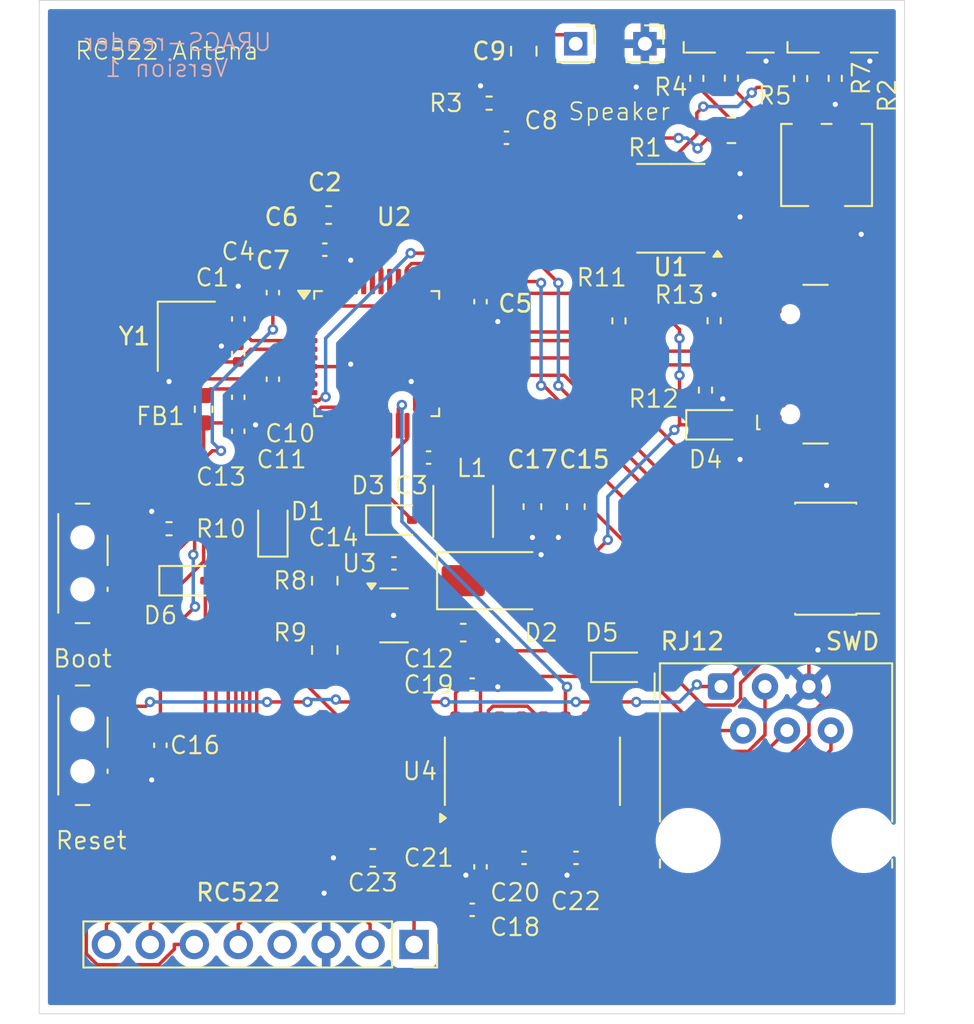
<source format=kicad_pcb>
(kicad_pcb (version 20240108) (generator "pcbnew") (generator_version "8.0")
  (layers (0 "F.Cu" signal) (31 "B.Cu" power) (34 "B.Paste" user) (35 "F.Paste" user) (36 "B.SilkS" user "B.Silkscreen") (37 "F.SilkS" user "F.Silkscreen") (38 "B.Mask" user) (39 "F.Mask" user) (44 "Edge.Cuts" user))
  (net 0 "")
  (net 1 "/HSE_IN")
  (net 2 "GND")
  (net 3 "+3.3V")
  (net 4 "/HSE_OUT")
  (net 5 "Net-(C8-Pad1)")
  (net 6 "Net-(C8-Pad2)")
  (net 7 "Net-(J1-Pin_1)")
  (net 8 "+3.3VA")
  (net 9 "V+")
  (net 10 "Net-(D2-K)")
  (net 11 "Net-(D3-K)")
  (net 12 "NRST")
  (net 13 "Net-(U4-C1-)")
  (net 14 "Net-(U4-C1+)")
  (net 15 "Net-(U4-C2-)")
  (net 16 "Net-(U4-C2+)")
  (net 17 "Net-(U4-VS+)")
  (net 18 "Net-(U4-VS-)")
  (net 19 "Net-(J5-Pin_1)")
  (net 20 "Net-(D4-A)")
  (net 21 "Net-(D5-A)")
  (net 22 "Net-(D6-A)")
  (net 23 "BOOT")
  (net 25 "SWCLK")
  (net 26 "SWDIO")
  (net 28 "RST")
  (net 29 "TRACESWO")
  (net 30 "USB_D+")
  (net 31 "Net-(J4-CC1)")
  (net 32 "USB_D-")
  (net 33 "Net-(J4-CC2)")
  (net 34 "RFID_SDA")
  (net 36 "SP1_MISO")
  (net 37 "RFID_RST")
  (net 38 "SP1_SCK")
  (net 39 "SP1_MOSI")
  (net 40 "Net-(U4-R1IN)")
  (net 41 "Net-(U4-T1OUT)")
  (net 42 "Net-(R1-Pad2)")
  (net 43 "AUDIO_OUT")
  (net 44 "Net-(U1-+)")
  (net 45 "LED_R1")
  (net 46 "Net-(D7-A2)")
  (net 47 "LED_G1")
  (net 48 "LED_R2")
  (net 49 "LED_G2")
  (net 50 "Net-(D7-A1)")
  (net 51 "Net-(U3-Vfb)")
  (net 52 "Net-(SW2-A)")
  (net 61 "USART3_RX")
  (net 64 "USART3_TX")
  (net 80 "Net-(D8-A1)")
  (net 81 "Net-(D8-A2)")
  (footprint "Capacitor_SMD:C_0402_1005Metric" (layer "F.Cu") (at 157.52 67)
    (property "Reference" "C19")
    (property "Value" "0.1 µF")
  )
  (footprint "LED_SMD:LED_Kingbright_KPA-3010_3x2x1mm" (layer "F.Cu") (at 178.5 29)
    (property "Reference" "D8" (hide yes))
    (property "Value" "LED_Dual_AKA")
  )
  (footprint "Capacitor_SMD:C_0603_1608Metric" (layer "F.Cu") (at 157 64)
    (property "Reference" "C12")
    (property "Value" "10 µF")
  )
  (footprint "Resistor_SMD:R_0402_1005Metric" (layer "F.Cu") (at 178.5 32 90)
    (property "Reference" "R7")
    (property "Value" "330R")
  )
  (footprint "Resistor_SMD:R_0805_2012Metric" (layer "F.Cu") (at 149 61 -90)
    (property "Reference" "R8")
    (property "Value" "75 k")
  )
  (footprint "Capacitor_SMD:C_0402_1005Metric" (layer "F.Cu") (at 146 44.37 90)
    (property "Reference" "C7")
    (property "Value" "100 nF")
  )
  (footprint "Diode_SMD:D_SOD-323" (layer "F.Cu") (at 166 66)
    (property "Reference" "D5")
    (property "Value" "BAT60A")
  )
  (footprint "Connector_USB:USB_C_Receptacle_GCT_USB4110" (layer "F.Cu") (at 178.5 48.5 90)
    (property "Reference" "J4" (hide yes))
    (property "Value" "USB_C_Receptacle_USB2.0_14P")
  )
  (footprint "Capacitor_SMD:C_0805_2012Metric" (layer "F.Cu") (at 160.5 30.43 90)
    (property "Reference" "C9")
    (property "Value" "100µF")
  )
  (footprint "Potentiometer_SMD:Potentiometer_Bourns_3314S_Horizontal" (layer "F.Cu") (at 178 37)
    (property "Reference" "R2")
    (property "Value" "10K")
  )
  (footprint "Diode_SMD:D_SOD-323" (layer "F.Cu") (at 171.5 52)
    (property "Reference" "D4")
    (property "Value" "BAT60A")
  )
  (footprint "Resistor_SMD:R_0805_2012Metric" (layer "F.Cu") (at 149 65 90)
    (property "Reference" "R9")
    (property "Value" "24k")
  )
  (footprint "Package_SO:SOIC-8_3.9x4.9mm_P1.27mm" (layer "F.Cu") (at 169 39.5 180)
    (property "Reference" "U1")
    (property "Value" "LM386")
  )
  (footprint "Capacitor_SMD:C_0603_1608Metric" (layer "F.Cu") (at 151.775 77 180)
    (property "Reference" "C23")
    (property "Value" "10µF")
  )
  (footprint "Button_Switch_SMD:SW_SPDT_PCM12" (layer "F.Cu") (at 135.33 60 -90)
    (property "Reference" "Boot")
    (property "Value" "SW_SPDT")
  )
  (footprint "Capacitor_SMD:C_0402_1005Metric" (layer "F.Cu") (at 160.52 77)
    (property "Reference" "C20")
    (property "Value" "0.1 µF")
  )
  (footprint "Inductor_SMD:L_Coilcraft_LPS3010" (layer "F.Cu") (at 157 57 90)
    (property "Reference" "L1")
    (property "Value" "15 µH")
  )
  (footprint "Resistor_SMD:R_0402_1005Metric" (layer "F.Cu") (at 166 46 -90)
    (property "Reference" "R11")
    (property "Value" "1k5")
  )
  (footprint "Resistor_SMD:R_0402_1005Metric" (layer "F.Cu") (at 171 50 90)
    (property "Reference" "R12")
    (property "Value" "5K1")
  )
  (footprint "Connector_PinHeader_1.27mm:PinHeader_2x05_P1.27mm_Vertical_SMD" (layer "F.Cu") (at 177.95 59.73 180)
    (property "Reference" "SWD")
    (property "Value" "Conn_02x05_Odd_Even")
  )
  (footprint "Capacitor_SMD:C_0402_1005Metric" (layer "F.Cu") (at 144 52.37 -90)
    (property "Reference" "C13")
    (property "Value" "1µF")
  )
  (footprint "Resistor_SMD:R_0402_1005Metric" (layer "F.Cu") (at 140 58 180)
    (property "Reference" "R10")
    (property "Value" "10k")
  )
  (footprint "Connector_PinSocket_2.00mm:PinSocket_1x01_P2.00mm_Vertical" (layer "F.Cu") (at 167.5 30)
    (property "Reference" "J2" (hide yes))
    (property "Value" "Speaker-")
  )
  (footprint "Capacitor_SMD:C_0402_1005Metric" (layer "F.Cu") (at 146 49.37 90)
    (property "Reference" "C10")
    (property "Value" "10nF")
  )
  (footprint "Resistor_SMD:R_0402_1005Metric" (layer "F.Cu") (at 172.5 31.99 90)
    (property "Reference" "R5")
    (property "Value" "330R")
  )
  (footprint "Capacitor_SMD:C_0402_1005Metric" (layer "F.Cu") (at 139.5 70.5 -90)
    (property "Reference" "C16")
    (property "Value" "100nF")
  )
  (footprint "Resistor_SMD:R_0805_2012Metric" (layer "F.Cu") (at 172.5 35)
    (property "Reference" "R1")
    (property "Value" "100K")
  )
  (footprint "Capacitor_SMD:C_0402_1005Metric" (layer "F.Cu") (at 144 47.89 90)
    (property "Reference" "C4")
    (property "Value" "10pF")
  )
  (footprint "Capacitor_SMD:C_0603_1608Metric" (layer "F.Cu") (at 149.225 39.89)
    (property "Reference" "C2")
    (property "Value" "10µF")
  )
  (footprint "Capacitor_SMD:C_0603_1608Metric" (layer "F.Cu") (at 163.51 56.725 -90)
    (property "Reference" "C15")
    (property "Value" "10 µF")
  )
  (footprint "Diode_SMD:D_SOD-323" (layer "F.Cu") (at 141.05 61)
    (property "Reference" "D6")
    (property "Value" "BAT60A")
  )
  (footprint "Capacitor_SMD:C_0402_1005Metric" (layer "F.Cu") (at 149 41.89)
    (property "Reference" "C6")
    (property "Value" "100 nF")
  )
  (footprint "Capacitor_SMD:C_0402_1005Metric" (layer "F.Cu") (at 144 45.89 90)
    (property "Reference" "C1")
    (property "Value" "10pF")
  )
  (footprint "Resistor_SMD:R_0402_1005Metric" (layer "F.Cu") (at 176.5 32.01 90)
    (property "Reference" "R6" (hide yes))
    (property "Value" "330R")
  )
  (footprint "Connector_PinSocket_2.00mm:PinSocket_1x01_P2.00mm_Vertical" (layer "F.Cu") (at 163.5 30)
    (property "Reference" "J1" (hide yes))
    (property "Value" "Speaker+")
  )
  (footprint "Capacitor_SMD:C_0402_1005Metric" (layer "F.Cu") (at 155 53.89 180)
    (property "Reference" "C3")
    (property "Value" "100 nF")
  )
  (footprint "Crystal:Crystal_SMD_3225-4Pin_3.2x2.5mm" (layer "F.Cu") (at 141 46.89 -90)
    (property "Reference" "Y1")
    (property "Value" "16MHz")
  )
  (footprint "Capacitor_SMD:C_0402_1005Metric" (layer "F.Cu") (at 157.52 80)
    (property "Reference" "C18")
    (property "Value" "0.1 µF")
  )
  (footprint "Resistor_SMD:R_0402_1005Metric" (layer "F.Cu") (at 171.5 45.99 -90)
    (property "Reference" "R13")
    (property "Value" "5K1")
  )
  (footprint "Capacitor_SMD:C_0402_1005Metric" (layer "F.Cu") (at 158 44.89 -90)
    (property "Reference" "C5")
    (property "Value" "100 nF")
  )
  (footprint "Diode_SMD:D_SOD-323" (layer "F.Cu") (at 153 57.5)
    (property "Reference" "D3")
    (property "Value" "1N4148WS")
  )
  (footprint "Capacitor_SMD:C_0402_1005Metric" (layer "F.Cu") (at 144 50.41 -90)
    (property "Reference" "C11")
    (property "Value" "1µF")
  )
  (footprint "Diode_SMD:D_SMA" (layer "F.Cu") (at 159 61)
    (property "Reference" "D2")
    (property "Value" "B140-E3")
  )
  (footprint "Button_Switch_SMD:SW_SPDT_PCM12" (layer "F.Cu") (at 135.33 70.5 -90)
    (property "Reference" "Reset")
    (property "Value" "SW_SPDT")
  )
  (footprint "Capacitor_SMD:C_0603_1608Metric" (layer "F.Cu") (at 161 56.725 -90)
    (property "Reference" "C17")
    (property "Value" "10 µF")
  )
  (footprint "Capacitor_SMD:C_0402_1005Metric" (layer "F.Cu") (at 153 60)
    (property "Reference" "C14")
    (property "Value" "100 nF")
  )
  (footprint "Connector_PinSocket_2.54mm:PinSocket_1x08_P2.54mm_Vertical" (layer "F.Cu") (at 154.16 82 -90)
    (property "Reference" "RC522")
    (property "Value" "RFID RC522")
  )
  (footprint "Diode_SMD:D_SOD-323" (layer "F.Cu") (at 146 58 90)
    (property "Reference" "D1")
    (property "Value" "BAT60A")
  )
  (footprint "Capacitor_SMD:C_0402_1005Metric" (layer "F.Cu") (at 163.52 77)
    (property "Reference" "C22")
    (property "Value" "0.1 µF")
  )
  (footprint "Inductor_SMD:L_0603_1608Metric" (layer "F.Cu") (at 142 51.1025 -90)
    (property "Reference" "FB1")
    (property "Value" "120R")
  )
  (footprint "Resistor_SMD:R_0402_1005Metric" (layer "F.Cu") (at 158.5 33.43 180)
    (property "Reference" "R3")
    (property "Value" "10R")
  )
  (footprint "Package_SO:SOIC-16_3.9x9.9mm_P1.27mm" (layer "F.Cu") (at 161 72 90)
    (property "Reference" "U4")
    (property "Value" "MAX3232")
  )
  (footprint "Package_TO_SOT_SMD:SOT-23-6" (layer "F.Cu") (at 153 63)
    (property "Reference" "U3")
    (property "Value" "MCP16301Hx-xCH")
  )
  (footprint "Package_QFP:LQFP-48_7x7mm_P0.5mm" (layer "F.Cu") (at 152 47.89)
    (property "Reference" "U2")
    (property "Value" "STM32F103C8T6")
  )
  (footprint "Capacitor_SMD:C_0402_1005Metric" (layer "F.Cu") (at 158 77.52 -90)
    (property "Reference" "C21")
    (property "Value" "0.1 µF")
  )
  (footprint "Resistor_SMD:R_0402_1005Metric" (layer "F.Cu") (at 170.5 32 90)
    (property "Reference" "R4")
    (property "Value" "330R")
  )
  (footprint "Capacitor_SMD:C_0402_1005Metric" (layer "F.Cu") (at 159.5 35.43 180)
    (property "Reference" "C8")
    (property "Value" "100nF")
  )
  (footprint "LED_SMD:LED_Kingbright_KPA-3010_3x2x1mm" (layer "F.Cu") (at 172.5 29)
    (property "Reference" "D7" (hide yes))
    (property "Value" "LED_Dual_AKA")
  )
  (footprint "Connector_RJ:RJ12_Amphenol_54601-x06_Horizontal" (layer "F.Cu") (at 171.9 67.11)
    (property "Reference" "RJ12")
    (property "Value" "6P6C")
  )
  (gr_line (start 182.5 84.5) (end 182.5 86) (stroke (width 0.05)) (layer "Edge.Cuts"))
  (gr_line (start 132.5 86) (end 182.5 86) (stroke (width 0.05)) (layer "Edge.Cuts"))
  (gr_line (start 132.5 27.5) (end 132.5 86) (stroke (width 0.05)) (layer "Edge.Cuts"))
  (gr_line (start 182.5 27.5) (end 132.5 27.5) (stroke (width 0.05)) (layer "Edge.Cuts"))
  (gr_line (start 182.5 84.5) (end 182.5 27.5) (stroke (width 0.05)) (layer "Edge.Cuts"))
  (gr_text "Version 1" (at 143.5 32 0) (layer "B.SilkS") (effects (font (size 1 1) (thickness 0.1)) (justify left bottom mirror)))
  (gr_text "URACS-reader" (at 146 30.5 0) (layer "B.SilkS") (effects (font (size 1 1) (thickness 0.1)) (justify left bottom mirror)))
  (gr_text "RC522 Antena" (at 134.5 31 0) (layer "F.SilkS") (effects (font (size 1 1) (thickness 0.1)) (justify left bottom)))
  (gr_text "Speaker" (at 163 34.5 0) (layer "F.SilkS") (effects (font (size 1 1) (thickness 0.1)) (justify left bottom)))
  (segment (start 147.838 47.14) (end 147.8375 47.14) (width 0.2) (layer "F.Cu") (net 1))
  (segment (start 143.578 46.7917) (end 144 46.37) (width 0.2) (layer "F.Cu") (net 1))
  (segment (start 140.15 45.79) (end 140.15 46.7917) (width 0.2) (layer "F.Cu") (net 1))
  (segment (start 147.8375 47.14) (end 144.77 47.14) (width 0.2) (layer "F.Cu") (net 1))
  (segment (start 140.15 46.7917) (end 143.578 46.7917) (width 0.2) (layer "F.Cu") (net 1))
  (segment (start 144.77 47.14) (end 144 46.37) (width 0.2) (layer "F.Cu") (net 1))
  (segment (start 179.15 34.975) (end 179.15 34.15) (width 0.2) (layer "F.Cu") (net 2))
  (segment (start 141.85 45.79) (end 142.21 45.79) (width 0.2) (layer "F.Cu") (net 2))
  (segment (start 157.99 33.43) (end 157.99 32.44) (width 0.2) (layer "F.Cu") (net 2))
  (segment (start 154.197 49.7) (end 153.997 49.5) (width 0.2) (layer "F.Cu") (net 2))
  (segment (start 163.5 57.5) (end 162.5 58.5) (width 0.2) (layer "F.Cu") (net 2))
  (segment (start 157.73 45.64) (end 158 45.37) (width 0.2) (layer "F.Cu") (net 2))
  (segment (start 150.088 63) (end 151.8625 63) (width 0.2) (layer "F.Cu") (net 2))
  (segment (start 158 69.35) (end 157.825 69.525) (width 0.2) (layer "F.Cu") (net 2))
  (segment (start 180.25 29.5) (end 180.25 30.75) (width 0.2) (layer "F.Cu") (net 2))
  (segment (start 154.25 53.62) (end 154.25 52.0525) (width 0.2) (layer "F.Cu") (net 2))
  (segment (start 174.82 45.3) (end 174.82 43.965) (width 0.2) (layer "F.Cu") (net 2))
  (segment (start 143.068 47.41) (end 143.023 47.4548) (width 0.2) (layer "F.Cu") (net 2))
  (segment (start 175.395 43.39) (end 175.012 43.7735) (width 0.2) (layer "F.Cu") (net 2))
  (segment (start 139.5 70.98) (end 139.5 72) (width 0.2) (layer "F.Cu") (net 2))
  (segment (start 178.4 57.86) (end 178.4 55.6) (width 0.2) (layer "F.Cu") (net 2))
  (segment (start 142.21 45.79) (end 144 44) (width 0.2) (layer "F.Cu") (net 2))
  (segment (start 158.8729 67) (end 159 67.1271) (width 0.2) (layer "F.Cu") (net 2))
  (segment (start 158 67) (end 158 69.35) (width 0.2) (layer "F.Cu") (net 2))
  (segment (start 144 52.85) (end 144.15 52.85) (width 0.2) (layer "F.Cu") (net 2))
  (segment (start 150.36 48.64) (end 150.5 48.5) (width 0.2) (layer "F.Cu") (net 2))
  (segment (start 174.82 51.7) (end 174.82 53.035) (width 0.2) (layer "F.Cu") (net 2))
  (segment (start 178.4 59.565) (end 178.565 59.73) (width 0.2) (layer "F.Cu") (net 2))
  (segment (start 146.25 48.64) (end 147.8375 48.64) (width 0.2) (layer "F.Cu") (net 2))
  (segment (start 175.395 43.39) (end 172.59 43.39) (width 0.2) (layer "F.Cu") (net 2))
  (segment (start 175.012 43.7735) (end 175.535 44.297) (width 0.2) (layer "F.Cu") (net 2))
  (segment (start 161 57.5) (end 161 58.5) (width 0.2) (layer "F.Cu") (net 2))
  (segment (start 172.59 43.39) (end 171.5 44.48) (width 0.2) (layer "F.Cu") (net 2))
  (segment (start 154.197 50.4664) (end 154.197 49.7) (width 0.2) (layer "F.Cu") (net 2))
  (segment (start 164 77) (end 163 78) (width 0.2) (layer "F.Cu") (net 2))
  (segment (start 149.75 42.16) (end 149.75 42.5) (width 0.2) (layer "F.Cu") (net 2))
  (segment (start 176.98 65.52) (end 177.5 65) (width 0.2) (layer "F.Cu") (net 2))
  (segment (start 154.197 51.1252) (end 154.197 50.4664) (width 0.2) (layer "F.Cu") (net 2))
  (segment (start 179.9 59.73) (end 179.9 61) (width 0.2) (layer "F.Cu") (net 2))
  (segment (start 138.75 72.75) (end 139 72.5) (width 0.2) (layer "F.Cu") (net 2))
  (segment (start 179.15 34.15) (end 178.5 33.5) (width 0.2) (layer "F.Cu") (net 2))
  (segment (start 140.51 58) (end 139.51 57) (width 0.2) (layer "F.Cu") (net 2))
  (segment (start 171.99 50.51) (end 172 50.5) (width 0.2) (layer "F.Cu") (net 2))
  (segment (start 154.52 53.89) (end 154.25 53.62) (width 0.2) (layer "F.Cu") (net 2))
  (segment (start 163.51 57.5) (end 163.5 57.5) (width 0.2) (layer "F.Cu") (net 2))
  (segment (start 146 48.89) (end 146.25 48.64) (width 0.2) (layer "F.Cu") (net 2))
  (segment (start 167.5 32) (end 167 32.5) (width 0.2) (layer "F.Cu") (net 2))
  (segment (start 151.8625 63) (end 152.975 63) (width 0.2) (layer "F.Cu") (net 2))
  (segment (start 161 60) (end 161.5 59.5) (width 0.2) (layer "F.Cu") (net 2))
  (segment (start 149.08 82) (end 149.08 79.1568) (width 0.2) (layer "F.Cu") (net 2))
  (segment (start 157.775 64) (end 158.5532 64) (width 0.2) (layer "F.Cu") (net 2))
  (segment (start 174.895 43.657) (end 175.012 43.7735) (width 0.2) (layer "F.Cu") (net 2))
  (segment (start 180.25 30.75) (end 180.5 31) (width 0.2) (layer "F.Cu") (net 2))
  (segment (start 144.15 52.85) (end 145 52) (width 0.2) (layer "F.Cu") (net 2))
  (segment (start 179.325 42.39) (end 180 41.715) (width 0.2) (layer "F.Cu") (net 2))
  (segment (start 174.25 30.75) (end 174.5 31) (width 0.2) (layer "F.Cu") (net 2))
  (segment (start 146 43.89) (end 144.11 43.89) (width 0.2) (layer "F.Cu") (net 2))
  (segment (start 175.395 53.61) (end 174.89 53.61) (width 0.2) (layer "F.Cu") (net 2))
  (segment (start 139.5 72) (end 139 72.5) (width 0.2) (layer "F.Cu") (net 2))
  (segment (start 140.15 47.99) (end 140.15 49.35) (width 0.2) (layer "F.Cu") (net 2))
  (segment (start 157.5 46.04) (end 159 46.04) (width 0.2) (layer "F.Cu") (net 2))
  (segment (start 157.1 45.64) (end 156.1625 45.64) (width 0.2) (layer "F.Cu") (net 2))
  (segment (start 149.75 42.5) (end 150.5 42.5) (width 0.2) (layer "F.Cu") (net 2))
  (segment (start 158 67) (end 158.8729 67) (width 0.2) (layer "F.Cu") (net 2))
  (segment (start 179.07 57.19) (end 178.4 57.86) (width 0.2) (layer "F.Cu") (net 2))
  (segment (start 176.98 67.11) (end 176.98 65.52) (width 0.2) (layer "F.Cu") (net 2))
  (segment (start 144 47.41) (end 143.068 47.41) (width 0.2) (layer "F.Cu") (net 2))
  (segment (start 171 50.51) (end 171.99 50.51) (width 0.2) (layer "F.Cu") (net 2))
  (segment (start 154.25 52.0525) (end 154.25 51.1781) (width 0.2) (layer "F.Cu") (net 2))
  (segment (start 171.5 45.48) (end 171.5 44.48) (width 0.2) (layer "F.Cu") (net 2))
  (segment (start 158 78) (end 157.155 78) (width 0.2) (layer "F.Cu") (net 2))
  (segment (start 178.4 57.86) (end 178.4 59.565) (width 0.2) (layer "F.Cu") (net 2))
  (segment (start 147.8375 48.64) (end 150.36 48.64) (width 0.2) (layer "F.Cu") (net 2))
  (segment (start 149 64.0875) (end 150.088 63) (width 0.2) (layer "F.Cu") (net 2))
  (segment (start 161 61) (end 161 60) (width 0.2) (layer "F.Cu") (net 2))
  (segment (start 174.25 29.5) (end 174.25 30.75) (width 0.2) (layer "F.Cu") (net 2))
  (segment (start 158.5532 64) (end 159 64.4468) (width 0.2) (layer "F.Cu") (net 2))
  (segment (start 179.9 57.19) (end 179.07 57.19) (width 0.2) (layer "F.Cu") (net 2))
  (segment (start 178.5 55.5) (end 178 55.5) (width 0.2) (layer "F.Cu") (net 2))
  (segment (start 140.15 49.35) (end 140 49.5) (width 0.2) (layer "F.Cu") (net 2))
  (segment (start 174.5 54) (end 173 54) (width 0.2) (layer "F.Cu") (net 2))
  (segment (start 179.325 53.61) (end 179.325 54.675) (width 0.2) (layer "F.Cu") (net 2))
  (segment (start 149.48 40.41) (end 149.48 41.89) (width 0.2) (layer "F.Cu") (net 2))
  (segment (start 167.5 30) (end 167.5 32) (width 0.2) (layer "F.Cu") (net 2))
  (segment (start 144 45.41) (end 144 44) (width 0.2) (layer "F.Cu") (net 2))
  (segment (start 174.895 42.89) (end 174.895 43.657) (width 0.2) (layer "F.Cu") (net 2))
  (segment (start 171.475 37.595) (end 172.905 37.595) (width 0.2) (layer "F.Cu") (net 2))
  (segment (start 145 51.89) (end 145 52) (width 0.2) (layer "F.Cu") (net 2))
  (segment (start 149.75 42.5) (end 149.75 43.7275) (width 0.2) (layer "F.Cu") (net 2))
  (segment (start 144 50.89) (end 145 51.89) (width 0.2) (layer "F.Cu") (net 2))
  (segment (start 174.82 53.035) (end 175.395 53.61) (width 0.2) (layer "F.Cu") (net 2))
  (segment (start 179.325 54.675) (end 178.5 55.5) (width 0.2) (layer "F.Cu") (net 2))
  (segment (start 139.51 57) (end 139 57) (width 0.2) (layer "F.Cu") (net 2))
  (segment (start 144.11 43.89) (end 144 44) (width 0.2) (layer "F.Cu") (net 2))
  (segment (start 172.865 40.135) (end 173 40) (width 0.2) (layer "F.Cu") (net 2))
  (segment (start 180 41.715) (end 180 41) (width 0.2) (layer "F.Cu") (net 2))
  (segment (start 151 77) (end 149.5 77) (width 0.2) (layer "F.Cu") (net 2))
  (segment (start 157.99 32.44) (end 158 32.43) (width 0.2) (layer "F.Cu") (net 2))
  (segment (start 172.905 37.595) (end 173 37.5) (width 0.2) (layer "F.Cu") (net 2))
  (segment (start 149.48 41.89) (end 149.75 42.16) (width 0.2) (layer "F.Cu") (net 2))
  (segment (start 178.5 55.5) (end 178.4 55.6) (width 0.2) (layer "F.Cu") (net 2))
  (segment (start 150 39.89) (end 149.48 40.41) (width 0.2) (layer "F.Cu") (net 2))
  (segment (start 136.76 72.75) (end 138.75 72.75) (width 0.2) (layer "F.Cu") (net 2))
  (segment (start 157.1 45.64) (end 157.5 46.04) (width 0.2) (layer "F.Cu") (net 2))
  (segment (start 178.565 59.73) (end 179.9 59.73) (width 0.2) (layer "F.Cu") (net 2))
  (segment (start 156.1625 45.64) (end 157.73 45.64) (width 0.2) (layer "F.Cu") (net 2))
  (segment (start 179.325 43.39) (end 179.325 42.39) (width 0.2) (layer "F.Cu") (net 2))
  (segment (start 174.82 43.965) (end 175.012 43.7735) (width 0.2) (layer "F.Cu") (net 2))
  (segment (start 149.08 79.1568) (end 148.962 79.0384) (width 0.2) (layer "F.Cu") (net 2))
  (segment (start 174.89 53.61) (end 174.5 54) (width 0.2) (layer "F.Cu") (net 2))
  (segment (start 154.25 51.1781) (end 154.197 51.1252) (width 0.2) (layer "F.Cu") (net 2))
  (segment (start 171.475 40.135) (end 172.865 40.135) (width 0.2) (layer "F.Cu") (net 2))
  (via (at 180 41) (size 0.6) (drill 0.3) (layers "F.Cu" "B.Cu") (net 2))
  (via (at 159 67.1271) (size 0.6) (drill 0.3) (layers "F.Cu" "B.Cu") (net 2))
  (via (at 178 55.5) (size 0.6) (drill 0.3) (layers "F.Cu" "B.Cu") (net 2))
  (via (at 139 72.5) (size 0.6) (drill 0.3) (layers "F.Cu" "B.Cu") (net 2))
  (via (at 149.5 77) (size 0.6) (drill 0.3) (layers "F.Cu" "B.Cu") (net 2))
  (via (at 140 49.5) (size 0.6) (drill 0.3) (layers "F.Cu" "B.Cu") (net 2))
  (via (at 172 50.5) (size 0.6) (drill 0.3) (layers "F.Cu" "B.Cu") (net 2))
  (via (at 161 58.5) (size 0.6) (drill 0.3) (layers "F.Cu" "B.Cu") (net 2))
  (via (at 158 32.43) (size 0.6) (drill 0.3) (layers "F.Cu" "B.Cu") (net 2))
  (via (at 173 37.5) (size 0.6) (drill 0.3) (layers "F.Cu" "B.Cu") (net 2))
  (via (at 174.5 31) (size 0.6) (drill 0.3) (layers "F.Cu" "B.Cu") (net 2))
  (via (at 143.023 47.4548) (size 0.6) (drill 0.3) (layers "F.Cu" "B.Cu") (net 2))
  (via (at 159 64.4468) (size 0.6) (drill 0.3) (layers "F.Cu" "B.Cu") (net 2))
  (via (at 153.997 49.5) (size 0.6) (drill 0.3) (layers "F.Cu" "B.Cu") (net 2))
  (via (at 173 40) (size 0.6) (drill 0.3) (layers "F.Cu" "B.Cu") (net 2))
  (via (at 163 78) (size 0.6) (drill 0.3) (layers "F.Cu" "B.Cu") (net 2))
  (via (at 148.962 79.0384) (size 0.6) (drill 0.3) (layers "F.Cu" "B.Cu") (net 2))
  (via (at 161.5 59.5) (size 0.6) (drill 0.3) (layers "F.Cu" "B.Cu") (net 2))
  (via (at 145 52) (size 0.6) (drill 0.3) (layers "F.Cu" "B.Cu") (net 2))
  (via (at 180.5 31) (size 0.6) (drill 0.3) (layers "F.Cu" "B.Cu") (net 2))
  (via (at 177.5 65) (size 0.6) (drill 0.3) (layers "F.Cu" "B.Cu") (net 2))
  (via (at 159 46.04) (size 0.6) (drill 0.3) (layers "F.Cu" "B.Cu") (net 2))
  (via (at 173 54) (size 0.6) (drill 0.3) (layers "F.Cu" "B.Cu") (net 2))
  (via (at 157.155 78) (size 0.6) (drill 0.3) (layers "F.Cu" "B.Cu") (net 2))
  (via (at 150.5 42.5) (size 0.6) (drill 0.3) (layers "F.Cu" "B.Cu") (net 2))
  (via (at 139 57) (size 0.6) (drill 0.3) (layers "F.Cu" "B.Cu") (net 2))
  (via (at 152.975 63) (size 0.6) (drill 0.3) (layers "F.Cu" "B.Cu") (net 2))
  (via (at 178.5 33.5) (size 0.6) (drill 0.3) (layers "F.Cu" "B.Cu") (net 2))
  (via (at 167 32.5) (size 0.6) (drill 0.3) (layers "F.Cu" "B.Cu") (net 2))
  (via (at 150.5 48.5) (size 0.6) (drill 0.3) (layers "F.Cu" "B.Cu") (net 2))
  (via (at 162.5 58.5) (size 0.6) (drill 0.3) (layers "F.Cu" "B.Cu") (net 2))
  (via (at 144 44) (size 0.6) (drill 0.3) (layers "F.Cu" "B.Cu") (net 2))
  (via (at 171.5 44.48) (size 0.6) (drill 0.3) (layers "F.Cu" "B.Cu") (net 2))
  (segment (start 168.129 65.4729) (end 170.836 68.1795) (width 0.2) (layer "F.Cu") (net 3))
  (segment (start 154.75 51.1124) (end 154.597 50.9595) (width 0.2) (layer "F.Cu") (net 3))
  (segment (start 147.838 45.1397) (end 147.838 45.14) (width 0.2) (layer "F.Cu") (net 3))
  (segment (start 157 55.73) (end 157.32 55.73) (width 0.2) (layer "F.Cu") (net 3))
  (segment (start 156.555 67.485) (end 156.555 69.525) (width 0.2) (layer "F.Cu") (net 3))
  (segment (start 147.838 45.1395) (end 147.838 45.1397) (width 0.2) (layer "F.Cu") (net 3))
  (segment (start 154.597 50.9595) (end 154.597 45.14) (width 0.2) (layer "F.Cu") (net 3))
  (segment (start 147.548 44.85) (end 147.838 45.1395) (width 0.2) (layer "F.Cu") (net 3))
  (segment (start 142 54) (end 142 51.89) (width 0.2) (layer "F.Cu") (net 3))
  (segment (start 157.676 66.3642) (end 157.04 67) (width 0.2) (layer "F.Cu") (net 3))
  (segment (start 164.92 44.41) (end 166 45.49) (width 0.2) (layer "F.Cu") (net 3))
  (segment (start 160.78 55.73) (end 161 55.95) (width 0.2) (layer "F.Cu") (net 3))
  (segment (start 156.162 45.1395) (end 156.892 44.41) (width 0.2) (layer "F.Cu") (net 3))
  (segment (start 163.51 55.95) (end 166.403 58.8431) (width 0.2) (layer "F.Cu") (net 3))
  (segment (start 156.892 44.41) (end 158 44.41) (width 0.2) (layer "F.Cu") (net 3))
  (segment (start 156.162 45.1397) (end 156.162 45.14) (width 0.2) (layer "F.Cu") (net 3))
  (segment (start 147.838 45.1397) (end 147.8378 45.1397) (width 0.2) (layer "F.Cu") (net 3))
  (segment (start 157 55.73) (end 155.82 55.73) (width 0.2) (layer "F.Cu") (net 3))
  (segment (start 173.029 66.9123) (end 175.186 64.7556) (width 0.2) (layer "F.Cu") (net 3))
  (segment (start 144 51.89) (end 142 51.89) (width 0.2) (layer "F.Cu") (net 3))
  (segment (start 149.868 45.14) (end 149.25 44.5222) (width 0.2) (layer "F.Cu") (net 3))
  (segment (start 172.653 68.1795) (end 173.029 67.8033) (width 0.2) (layer "F.Cu") (net 3))
  (segment (start 156.1622 45.1397) (end 156.1625 45.14) (width 0.2) (layer "F.Cu") (net 3))
  (segment (start 161 55.95) (end 163.51 55.95) (width 0.2) (layer "F.Cu") (net 3))
  (segment (start 147.838 45.14) (end 148.52 44.4575) (width 0.2) (layer "F.Cu") (net 3))
  (segment (start 148.614 59.5635) (end 146 56.95) (width 0.2) (layer "F.Cu") (net 3))
  (segment (start 157.32 55.73) (end 155.48 53.89) (width 0.2) (layer "F.Cu") (net 3))
  (segment (start 148.52 43.7275) (end 148.52 41.89) (width 0.2) (layer "F.Cu") (net 3))
  (segment (start 146 44.85) (end 147.548 44.85) (width 0.2) (layer "F.Cu") (net 3))
  (segment (start 158.306 66.3642) (end 157.676 66.3642) (width 0.2) (layer "F.Cu") (net 3))
  (segment (start 147.838 45.1395) (end 147.838 45.1397) (width 0.2) (layer "F.Cu") (net 3))
  (segment (start 149.25 43.7275) (end 148.52 43.7275) (width 0.2) (layer "F.Cu") (net 3))
  (segment (start 155.82 55.73) (end 154.05 57.5) (width 0.2) (layer "F.Cu") (net 3))
  (segment (start 170.836 68.1795) (end 172.653 68.1795) (width 0.2) (layer "F.Cu") (net 3))
  (segment (start 149.25 44.5222) (end 149.25 43.7275) (width 0.2) (layer "F.Cu") (net 3))
  (segment (start 148.45 39.89) (end 148.52 39.96) (width 0.2) (layer "F.Cu") (net 3))
  (segment (start 143 53.5) (end 142.5 53.5) (width 0.2) (layer "F.Cu") (net 3))
  (segment (start 150 58.5635) (end 150 58.55) (width 0.2) (layer "F.Cu") (net 3))
  (segment (start 166.403 58.8431) (end 166.403 65.4729) (width 0.2) (layer "F.Cu") (net 3))
  (segment (start 165.349 66.5271) (end 158.469 66.5271) (width 0.2) (layer "F.Cu") (net 3))
  (segment (start 157.32 55.73) (end 160.78 55.73) (width 0.2) (layer "F.Cu") (net 3))
  (segment (start 155.48 52.7825) (end 154.75 52.0525) (width 0.2) (layer "F.Cu") (net 3))
  (segment (start 156.162 45.1397) (end 156.1622 45.1397) (width 0.2) (layer "F.Cu") (net 3))
  (segment (start 166.403 65.4729) (end 168.129 65.4729) (width 0.2) (layer "F.Cu") (net 3))
  (segment (start 166.403 65.4729) (end 165.349 66.5271) (width 0.2) (layer "F.Cu") (net 3))
  (segment (start 139.644 62.25) (end 142 59.8936) (width 0.2) (layer "F.Cu") (net 3))
  (segment (start 154.597 45.14) (end 156.162 45.14) (width 0.2) (layer "F.Cu") (net 3))
  (segment (start 152.55 56) (end 154.05 57.5) (width 0.2) (layer "F.Cu") (net 3))
  (segment (start 136.76 62.25) (end 139.644 62.25) (width 0.2) (layer "F.Cu") (net 3))
  (segment (start 156.162 45.14) (end 156.162 45.1397) (width 0.2) (layer "F.Cu") (net 3))
  (segment (start 158.469 66.5271) (end 158.306 66.3642) (width 0.2) (layer "F.Cu") (net 3))
  (segment (start 146 44.85) (end 146 46.5) (width 0.2) (layer "F.Cu") (net 3))
  (segment (start 147.8378 45.1397) (end 147.8375 45.14) (width 0.2) (layer "F.Cu") (net 3))
  (segment (start 147.838 45.1397) (end 147.838 45.14) (width 0.2) (layer "F.Cu") (net 3))
  (segment (start 148.52 39.96) (end 148.52 41.89) (width 0.2) (layer "F.Cu") (net 3))
  (segment (start 156.162 45.1395) (end 156.162 45.1397) (width 0.2) (layer "F.Cu") (net 3))
  (segment (start 156.162 45.1397) (end 156.162 45.1395) (width 0.2) (layer "F.Cu") (net 3))
  (segment (start 150 58.55) (end 152.55 56) (width 0.2) (layer "F.Cu") (net 3))
  (segment (start 142.5 53.5) (end 142 54) (width 0.2) (layer "F.Cu") (net 3))
  (segment (start 149 59.5635) (end 148.614 59.5635) (width 0.2) (layer "F.Cu") (net 3))
  (segment (start 157.04 67) (end 156.555 67.485) (width 0.2) (layer "F.Cu") (net 3))
  (segment (start 158 44.41) (end 164.92 44.41) (width 0.2) (layer "F.Cu") (net 3))
  (segment (start 155.48 53.89) (end 155.48 52.7825) (width 0.2) (layer "F.Cu") (net 3))
  (segment (start 154.597 45.14) (end 149.868 45.14) (width 0.2) (layer "F.Cu") (net 3))
  (segment (start 148.52 44.4575) (end 148.52 43.7275) (width 0.2) (layer "F.Cu") (net 3))
  (segment (start 179.9 62.27) (end 178.6499 62.27) (width 0.2) (layer "F.Cu") (net 3))
  (segment (start 176.165 64.7556) (end 178.398 62.5219) (width 0.2) (layer "F.Cu") (net 3))
  (segment (start 149 59.5635) (end 150 58.5635) (width 0.2) (layer "F.Cu") (net 3))
  (segment (start 149 60.0875) (end 149 59.5635) (width 0.2) (layer "F.Cu") (net 3))
  (segment (start 173.029 67.8033) (end 173.029 66.9123) (width 0.2) (layer "F.Cu") (net 3))
  (segment (start 178.6499 62.27) (end 178.398 62.5219) (width 0.2) (layer "F.Cu") (net 3))
  (segment (start 154.75 52.0525) (end 154.75 51.1124) (width 0.2) (layer "F.Cu") (net 3))
  (segment (start 175.186 64.7556) (end 176.165 64.7556) (width 0.2) (layer "F.Cu") (net 3))
  (segment (start 142 59.8936) (end 142 54) (width 0.2) (layer "F.Cu") (net 3))
  (via (at 146 46.5) (size 0.6) (drill 0.3) (layers "F.Cu" "B.Cu") (net 3))
  (via (at 143 53.5) (size 0.6) (drill 0.3) (layers "F.Cu" "B.Cu") (net 3))
  (segment (start 142.5 53) (end 143 53.5) (width 0.2) (layer "B.Cu") (net 3))
  (segment (start 146 46.5) (end 142.5 50) (width 0.2) (layer "B.Cu") (net 3))
  (segment (start 142.5 50) (end 142.5 53) (width 0.2) (layer "B.Cu") (net 3))
  (segment (start 147.838 47.64) (end 147.8375 47.64) (width 0.2) (layer "F.Cu") (net 4))
  (segment (start 142.752 47.99) (end 143.132 48.37) (width 0.2) (layer "F.Cu") (net 4))
  (segment (start 141.85 47.99) (end 142.752 47.99) (width 0.2) (layer "F.Cu") (net 4))
  (segment (start 147.8375 47.64) (end 144.73 47.64) (width 0.2) (layer "F.Cu") (net 4))
  (segment (start 144.73 47.64) (end 144 48.37) (width 0.2) (layer "F.Cu") (net 4))
  (segment (start 143.132 48.37) (end 144 48.37) (width 0.2) (layer "F.Cu") (net 4))
  (segment (start 159.98 35.43) (end 159.98 31.9) (width 0.2) (layer "F.Cu") (net 5))
  (segment (start 160.5 31.57) (end 160.5 31.38) (width 0.2) (layer "F.Cu") (net 5))
  (segment (start 166.525 37.595) (end 160.5 31.57) (width 0.2) (layer "F.Cu") (net 5))
  (segment (start 159.98 31.9) (end 160.5 31.38) (width 0.2) (layer "F.Cu") (net 5))
  (segment (start 159.02 33.44) (end 159.01 33.43) (width 0.2) (layer "F.Cu") (net 6))
  (segment (start 159.02 35.43) (end 159.02 33.44) (width 0.2) (layer "F.Cu") (net 6))
  (segment (start 162.98 29.48) (end 163.5 30) (width 0.2) (layer "F.Cu") (net 7))
  (segment (start 160.5 29.48) (end 162.98 29.48) (width 0.2) (layer "F.Cu") (net 7))
  (segment (start 160.55 29.43) (end 160.5 29.48) (width 0.2) (layer "F.Cu") (net 7))
  (segment (start 146 49.85) (end 144.08 49.85) (width 0.2) (layer "F.Cu") (net 8))
  (segment (start 144.08 49.85) (end 144 49.93) (width 0.2) (layer "F.Cu") (net 8))
  (segment (start 147.8375 49.14) (end 146.71 49.14) (width 0.2) (layer "F.Cu") (net 8))
  (segment (start 147.838 49.14) (end 147.8375 49.14) (width 0.2) (layer "F.Cu") (net 8))
  (segment (start 142.385 49.93) (end 144 49.93) (width 0.2) (layer "F.Cu") (net 8))
  (segment (start 146.71 49.14) (end 146 49.85) (width 0.2) (layer "F.Cu") (net 8))
  (segment (start 142 50.315) (end 142.385 49.93) (width 0.2) (layer "F.Cu") (net 8))
  (segment (start 169.5 47) (end 169.5 46.5) (width 0.2) (layer "F.Cu") (net 9))
  (segment (start 148.324 66.7454) (end 146 64.421) (width 0.2) (layer "F.Cu") (net 9))
  (segment (start 156.225 63.9999) (end 156.225 64) (width 0.2) (layer "F.Cu") (net 9))
  (segment (start 156.175 63.95) (end 156.2 63.975) (width 0.2) (layer "F.Cu") (net 9))
  (segment (start 163.997 65.0468) (end 164.95 66) (width 0.2) (layer "F.Cu") (net 9))
  (segment (start 156.225 63.9996) (end 156.225 63.9998) (width 0.2) (layer "F.Cu") (net 9))
  (segment (start 170.45 52) (end 169.5 52) (width 0.2) (layer "F.Cu") (net 9))
  (segment (start 165.356 58.6443) (end 163.5 60.5) (width 0.2) (layer "F.Cu") (net 9))
  (segment (start 156.224 63.9992) (end 156.225 63.9996) (width 0.2) (layer "F.Cu") (net 9))
  (segment (start 169.5 52) (end 169.206 52.294) (width 0.2) (layer "F.Cu") (net 9))
  (segment (start 156.224 63.9984) (end 156.224 63.9992) (width 0.2) (layer "F.Cu") (net 9))
  (segment (start 156.2 63.975) (end 156.212 63.9875) (width 0.2) (layer "F.Cu") (net 9))
  (segment (start 156.225 63.9998) (end 156.225 63.9999) (width 0.2) (layer "F.Cu") (net 9))
  (segment (start 169.55 51.95) (end 169.5 52) (width 0.2) (layer "F.Cu") (net 9))
  (segment (start 154.138 63.9502) (end 153.7885 64.2996) (width 0.2) (layer "F.Cu") (net 9))
  (segment (start 156.225 64) (end 157.272 65.0468) (width 0.2) (layer "F.Cu") (net 9))
  (segment (start 156.222 63.9969) (end 156.224 63.9984) (width 0.2) (layer "F.Cu") (net 9))
  (segment (start 165.25 42.25) (end 165.25 39.165001) (width 0.2) (layer "F.Cu") (net 9))
  (segment (start 169.5 51.9) (end 169.5 49.141) (width 0.2) (layer "F.Cu") (net 9))
  (segment (start 169.5 52) (end 169.206 52.294) (width 0.2) (layer "F.Cu") (net 9))
  (segment (start 154.138 63.95) (end 154.138 63.9502) (width 0.2) (layer "F.Cu") (net 9))
  (segment (start 156.212 63.9875) (end 156.219 63.9937) (width 0.2) (layer "F.Cu") (net 9))
  (segment (start 156.225 63.9999) (end 156.225 64) (width 0.2) (layer "F.Cu") (net 9))
  (segment (start 154.1375 63.9506) (end 154.1375 63.95) (width 0.2) (layer "F.Cu") (net 9))
  (segment (start 154.1375 63) (end 154.138 63) (width 0.2) (layer "F.Cu") (net 9))
  (segment (start 156.222 63.9969) (end 156.224 63.9984) (width 0.2) (layer "F.Cu") (net 9))
  (segment (start 153.7885 64.2996) (end 154.1375 63.9506) (width 0.2) (layer "F.Cu") (net 9))
  (segment (start 156.175 63.95) (end 156.2 63.975) (width 0.2) (layer "F.Cu") (net 9))
  (segment (start 151.342 66.7454) (end 148.324 66.7454) (width 0.2) (layer "F.Cu") (net 9))
  (segment (start 156.225 63.9998) (end 156.225 63.9999) (width 0.2) (layer "F.Cu") (net 9))
  (segment (start 165.550001 38.865) (end 166.525 38.865) (width 0.2) (layer "F.Cu") (net 9))
  (segment (start 157.272 65.0468) (end 163.5 65.0468) (width 0.2) (layer "F.Cu") (net 9))
  (segment (start 154.138 63.95) (end 154.138 63) (width 0.2) (layer "F.Cu") (net 9))
  (segment (start 153.7885 64.2996) (end 151.342 66.7454) (width 0.2) (layer "F.Cu") (net 9))
  (segment (start 156.2 63.975) (end 156.212 63.9875) (width 0.2) (layer "F.Cu") (net 9))
  (segment (start 154.138 63) (end 155.225 63) (width 0.2) (layer "F.Cu") (net 9))
  (segment (start 155.225 63) (end 156.175 63.95) (width 0.2) (layer "F.Cu") (net 9))
  (segment (start 146 64.421) (end 146 59.05) (width 0.2) (layer "F.Cu") (net 9))
  (segment (start 156.219 63.9937) (end 156.222 63.9969) (width 0.2) (layer "F.Cu") (net 9))
  (segment (start 165.25 39.165001) (end 165.550001 38.865) (width 0.2) (layer "F.Cu") (net 9))
  (segment (start 156.225 63.9996) (end 156.225 63.9998) (width 0.2) (layer "F.Cu") (net 9))
  (segment (start 156.224 63.9984) (end 156.224 63.9992) (width 0.2) (layer "F.Cu") (net 9))
  (segment (start 169.55 51.95) (end 169.5 51.9) (width 0.2) (layer "F.Cu") (net 9))
  (segment (start 163.5 65.0468) (end 163.997 65.0468) (width 0.2) (layer "F.Cu") (net 9))
  (segment (start 156.175 63.95) (end 154.138 63.95) (width 0.2) (layer "F.Cu") (net 9))
  (segment (start 154.138 63.95) (end 154.138 63.9502) (width 0.2) (layer "F.Cu") (net 9))
  (segment (start 156.219 63.9937) (end 156.222 63.9969) (width 0.2) (layer "F.Cu") (net 9))
  (segment (start 156.224 63.9992) (end 156.225 63.9996) (width 0.2) (layer "F.Cu") (net 9))
  (segment (start 156.212 63.9875) (end 156.219 63.9937) (width 0.2) (layer "F.Cu") (net 9))
  (segment (start 169.5 46.5) (end 165.25 42.25) (width 0.2) (layer "F.Cu") (net 9))
  (segment (start 163.5 60.5) (end 163.5 65.0468) (width 0.2) (layer "F.Cu") (net 9))
  (via (at 169.5 49.141) (size 0.6) (drill 0.3) (layers "F.Cu" "B.Cu") (net 9))
  (via (at 169.5 47) (size 0.6) (drill 0.3) (layers "F.Cu" "B.Cu") (net 9))
  (via (at 169.206 52.294) (size 0.6) (drill 0.3) (layers "F.Cu" "B.Cu") (net 9))
  (via (at 165.356 58.6443) (size 0.6) (drill 0.3) (layers "F.Cu" "B.Cu") (net 9))
  (segment (start 169.5 49.141) (end 169.5 47) (width 0.2) (layer "B.Cu") (net 9))
  (segment (start 169.206 52.294) (end 165.356 56.1443) (width 0.2) (layer "B.Cu") (net 9))
  (segment (start 165.356 56.1443) (end 165.356 58.6443) (width 0.2) (layer "B.Cu") (net 9))
  (segment (start 154.138 62.05) (end 154.138 62.0498) (width 0.2) (layer "F.Cu") (net 10))
  (segment (start 157 61) (end 155.188 61) (width 0.2) (layer "F.Cu") (net 10))
  (segment (start 155.188 61) (end 154.138 62.05) (width 0.2) (layer "F.Cu") (net 10))
  (segment (start 154.1375 62.05) (end 154.138 62.05) (width 0.2) (layer "F.Cu") (net 10))
  (segment (start 153.48 61.3925) (end 153.48 60) (width 0.2) (layer "F.Cu") (net 10))
  (segment (start 154.138 62.0498) (end 153.48 61.3925) (width 0.2) (layer "F.Cu") (net 10))
  (segment (start 154.138 62.05) (end 154.138 62.0498) (width 0.2) (layer "F.Cu") (net 10))
  (segment (start 157 61) (end 157 58.27) (width 0.2) (layer "F.Cu") (net 10))
  (segment (start 151.95 57.5) (end 152.52 58.07) (width 0.2) (layer "F.Cu") (net 11))
  (segment (start 152.52 58.07) (end 152.52 60) (width 0.2) (layer "F.Cu") (net 11))
  (segment (start 152.52 61.3925) (end 151.862 62.0498) (width 0.2) (layer "F.Cu") (net 11))
  (segment (start 152.52 60) (end 152.52 61.3925) (width 0.2) (layer "F.Cu") (net 11))
  (segment (start 151.8622 62.05) (end 151.862 62.0498) (width 0.2) (layer "F.Cu") (net 11))
  (segment (start 151.8625 62.05) (end 151.8622 62.05) (width 0.2) (layer "F.Cu") (net 11))
  (segment (start 141.48 59.42) (end 141.4 59.5) (width 0.2) (layer "F.Cu") (net 12))
  (segment (start 141.5 62.5) (end 139.5 64.5) (width 0.2) (layer "F.Cu") (net 12))
  (segment (start 141.225 57.2104) (end 141.48 57.4654) (width 0.2) (layer "F.Cu") (net 12))
  (segment (start 141.225 49.8753) (end 141.225 57.2104) (width 0.2) (layer "F.Cu") (net 12))
  (segment (start 139.5 70.02) (end 139.042 70.02) (width 0.2) (layer "F.Cu") (net 12))
  (segment (start 145.566 48.14) (end 144.356 49.35) (width 0.2) (layer "F.Cu") (net 12))
  (segment (start 144.356 49.35) (end 141.75 49.35) (width 0.2) (layer "F.Cu") (net 12))
  (segment (start 137.812 71.25) (end 136.76 71.25) (width 0.2) (layer "F.Cu") (net 12))
  (segment (start 139.042 70.02) (end 137.812 71.25) (width 0.2) (layer "F.Cu") (net 12))
  (segment (start 141.75 49.35) (end 141.225 49.8753) (width 0.2) (layer "F.Cu") (net 12))
  (segment (start 139.5 64.5) (end 139.5 70.02) (width 0.2) (layer "F.Cu") (net 12))
  (segment (start 147.838 48.14) (end 147.8375 48.14) (width 0.2) (layer "F.Cu") (net 12))
  (segment (start 147.8375 48.14) (end 145.566 48.14) (width 0.2) (layer "F.Cu") (net 12))
  (segment (start 141.48 57.4654) (end 141.48 59.42) (width 0.2) (layer "F.Cu") (net 12))
  (via (at 141.5 62.5) (size 0.6) (drill 0.3) (layers "F.Cu" "B.Cu") (net 12))
  (via (at 141.4 59.5) (size 0.6) (drill 0.3) (layers "F.Cu" "B.Cu") (net 12))
  (segment (start 141.4 59.5) (end 141.4 62.4) (width 0.2) (layer "B.Cu") (net 12))
  (segment (start 141.4 62.4) (end 141.5 62.5) (width 0.2) (layer "B.Cu") (net 12))
  (segment (start 159.095 74.475) (end 159.095 78.905) (width 0.2) (layer "F.Cu") (net 13))
  (segment (start 159.095 78.905) (end 158 80) (width 0.2) (layer "F.Cu") (net 13))
  (segment (start 156.555 79.515) (end 156.555 74.475) (width 0.2) (layer "F.Cu") (net 14))
  (segment (start 157.04 80) (end 156.555 79.515) (width 0.2) (layer "F.Cu") (net 14))
  (segment (start 161.635 76.365) (end 161 77) (width 0.2) (layer "F.Cu") (net 15))
  (segment (start 161.635 74.475) (end 161.635 76.365) (width 0.2) (layer "F.Cu") (net 15))
  (segment (start 160.365 74.475) (end 160.365 76.675) (width 0.2) (layer "F.Cu") (net 16))
  (segment (start 160.365 76.675) (end 160.04 77) (width 0.2) (layer "F.Cu") (net 16))
  (segment (start 157.825 74.475) (end 157.825 76.865) (width 0.2) (layer "F.Cu") (net 17))
  (segment (start 157.825 76.865) (end 158 77.04) (width 0.2) (layer "F.Cu") (net 17))
  (segment (start 162.905 74.475) (end 163.04 74.61) (width 0.2) (layer "F.Cu") (net 18))
  (segment (start 163.04 74.61) (end 163.04 77) (width 0.2) (layer "F.Cu") (net 18))
  (segment (start 154.16 82) (end 154.16 78.61) (width 0.2) (layer "F.Cu") (net 19))
  (segment (start 154.16 78.61) (end 152.55 77) (width 0.2) (layer "F.Cu") (net 19))
  (segment (start 175.501117 46.1) (end 176.104 46.702883) (width 0.2) (layer "F.Cu") (net 20))
  (segment (start 172.6008 51.9492) (end 172.6461 51.9039) (width 0.2) (layer "F.Cu") (net 20))
  (segment (start 175.501117 50.9) (end 174.82 50.9) (width 0.2) (layer "F.Cu") (net 20))
  (segment (start 176.104 50.297117) (end 175.501117 50.9) (width 0.2) (layer "F.Cu") (net 20))
  (segment (start 172.6461 51.9039) (end 173.65 50.9) (width 0.2) (layer "F.Cu") (net 20))
  (segment (start 172.6008 51.9492) (end 172.6007 51.9493) (width 0.2) (layer "F.Cu") (net 20))
  (segment (start 174.82 46.1) (end 175.501117 46.1) (width 0.2) (layer "F.Cu") (net 20))
  (segment (start 173.65 50.9) (end 174.82 50.9) (width 0.2) (layer "F.Cu") (net 20))
  (segment (start 176.104 46.702883) (end 176.104 50.297117) (width 0.2) (layer "F.Cu") (net 20))
  (segment (start 172.55 52) (end 172.6007 51.9493) (width 0.2) (layer "F.Cu") (net 20))
  (segment (start 172.6461 51.9039) (end 172.6008 51.9492) (width 0.2) (layer "F.Cu") (net 20))
  (segment (start 172.6007 51.9493) (end 172.6008 51.9492) (width 0.2) (layer "F.Cu") (net 20))
  (segment (start 170.7 69.65) (end 173.17 69.65) (width 0.2) (layer "F.Cu") (net 21))
  (segment (start 167.05 66) (end 170.7 69.65) (width 0.2) (layer "F.Cu") (net 21))
  (segment (start 134.359 82.8291) (end 135.515 83.9851) (width 0.2) (layer "F.Cu") (net 22))
  (segment (start 134.359 78.5836) (end 134.359 82.8291) (width 0.2) (layer "F.Cu") (net 22))
  (segment (start 135.515 83.9851) (end 165.03 83.9851) (width 0.2) (layer "F.Cu") (net 22))
  (segment (start 165.03 83.9851) (end 178.25 70.7652) (width 0.2) (layer "F.Cu") (net 22))
  (segment (start 142.1 70.8422) (end 134.359 78.5836) (width 0.2) (layer "F.Cu") (net 22))
  (segment (start 178.25 70.7652) (end 178.25 69.65) (width 0.2) (layer "F.Cu") (net 22))
  (segment (start 142.1 61) (end 142.1 70.8422) (width 0.2) (layer "F.Cu") (net 22))
  (segment (start 151.25 43.7275) (end 151.25 39.9163) (width 0.2) (layer "F.Cu") (net 23))
  (segment (start 144.925 39.115) (end 139 45.04) (width 0.2) (layer "F.Cu") (net 23))
  (segment (start 151.25 39.9163) (end 150.449 39.115) (width 0.2) (layer "F.Cu") (net 23))
  (segment (start 141.08 58.67) (end 139 60.75) (width 0.2) (layer "F.Cu") (net 23))
  (segment (start 139 55.5511) (end 141.08 57.6311) (width 0.2) (layer "F.Cu") (net 23))
  (segment (start 139.75 60.75) (end 139 60.75) (width 0.2) (layer "F.Cu") (net 23))
  (segment (start 150.449 39.115) (end 144.925 39.115) (width 0.2) (layer "F.Cu") (net 23))
  (segment (start 140 61) (end 139.75 60.75) (width 0.2) (layer "F.Cu") (net 23))
  (segment (start 141.08 57.6311) (end 141.08 58.67) (width 0.2) (layer "F.Cu") (net 23))
  (segment (start 136.76 60.75) (end 139 60.75) (width 0.2) (layer "F.Cu") (net 23))
  (segment (start 139 45.04) (end 139 55.5511) (width 0.2) (layer "F.Cu") (net 23))
  (segment (start 161.4175 43.7275) (end 161.5 43.81) (width 0.2) (layer "F.Cu") (net 25))
  (segment (start 176 61) (end 172.911 61) (width 0.2) (layer "F.Cu") (net 25))
  (segment (start 172.911 61) (end 161.651 49.74) (width 0.2) (layer "F.Cu") (net 25))
  (segment (start 161.651 49.74) (end 161.5 49.74) (width 0.2) (layer "F.Cu") (net 25))
  (segment (start 154.75 43.7275) (end 161.4175 43.7275) (width 0.2) (layer "F.Cu") (net 25))
  (via (at 161.5 49.74) (size 0.6) (drill 0.3) (layers "F.Cu" "B.Cu") (net 25))
  (via (at 161.5 43.81) (size 0.6) (drill 0.3) (layers "F.Cu" "B.Cu") (net 25))
  (segment (start 161.5 49.74) (end 161.5 43.81) (width 0.2) (layer "B.Cu") (net 25))
  (segment (start 155.345 46.14) (end 155.052 46.4326) (width 0.2) (layer "F.Cu") (net 26))
  (segment (start 156.162 46.14) (end 155.345 46.14) (width 0.2) (layer "F.Cu") (net 26))
  (segment (start 159.449 55.1968) (end 165.234 55.1968) (width 0.2) (layer "F.Cu") (net 26))
  (segment (start 156.162 46.14) (end 156.1625 46.14) (width 0.2) (layer "F.Cu") (net 26))
  (segment (start 172.307 62.27) (end 176 62.27) (width 0.2) (layer "F.Cu") (net 26))
  (segment (start 165.234 55.1968) (end 172.307 62.27) (width 0.2) (layer "F.Cu") (net 26))
  (segment (start 155.052 50.8004) (end 159.449 55.1968) (width 0.2) (layer "F.Cu") (net 26))
  (segment (start 155.052 46.4326) (end 155.052 50.8004) (width 0.2) (layer "F.Cu") (net 26))
  (segment (start 138.65 68.25) (end 136.76 68.25) (width 0.2) (layer "F.Cu") (net 28))
  (segment (start 138.9 68) (end 138.65 68.25) (width 0.2) (layer "F.Cu") (net 28))
  (segment (start 155.955 68) (end 149.778088 68) (width 0.2) (layer "F.Cu") (net 28))
  (segment (start 171.9 67.11) (end 176.068 62.9417) (width 0.2) (layer "F.Cu") (net 28))
  (segment (start 176 57.19) (end 176.83 57.19) (width 0.2) (layer "F.Cu") (net 28))
  (segment (start 170.614917 67.11) (end 170.502458 66.997541) (width 0.2) (layer "F.Cu") (net 28))
  (segment (start 148 68) (end 145.666 68) (width 0.2) (layer "F.Cu") (net 28))
  (segment (start 177.373 62.9417) (end 177.5 62.814995) (width 0.2) (layer "F.Cu") (net 28))
  (segment (start 176.83 57.19) (end 178 58.36) (width 0.2) (layer "F.Cu") (net 28))
  (segment (start 178 62.314995) (end 177.5 62.814995) (width 0.2) (layer "F.Cu") (net 28))
  (segment (start 176.068 62.9417) (end 177.373 62.9417) (width 0.2) (layer "F.Cu") (net 28))
  (segment (start 171.9 67.11) (end 170.614917 67.11) (width 0.2) (layer "F.Cu") (net 28))
  (segment (start 167 68) (end 163.505 68) (width 0.2) (layer "F.Cu") (net 28))
  (segment (start 178 58.36) (end 178 62.314995) (width 0.2) (layer "F.Cu") (net 28))
  (segment (start 149.778088 68) (end 149.639043 67.860955) (width 0.2) (layer "F.Cu") (net 28))
  (via (at 145.666 68) (size 0.6) (drill 0.3) (layers "F.Cu" "B.Cu") (net 28))
  (via (at 149.639043 67.860955) (size 0.6) (drill 0.3) (layers "F.Cu" "B.Cu") (net 28))
  (via (at 155.955 68) (size 0.6) (drill 0.3) (layers "F.Cu" "B.Cu") (net 28))
  (via (at 163.505 68) (size 0.6) (drill 0.3) (layers "F.Cu" "B.Cu") (net 28))
  (via (at 167 68) (size 0.6) (drill 0.3) (layers "F.Cu" "B.Cu") (net 28))
  (via (at 170.502458 66.997541) (size 0.6) (drill 0.3) (layers "F.Cu" "B.Cu") (net 28))
  (via (at 138.9 68) (size 0.6) (drill 0.3) (layers "F.Cu" "B.Cu") (net 28))
  (via (at 148 68) (size 0.6) (drill 0.3) (layers "F.Cu" "B.Cu") (net 28))
  (segment (start 149.639043 67.860955) (end 148.139045 67.860955) (width 0.2) (layer "B.Cu") (net 28))
  (segment (start 145.666 68) (end 138.9 68) (width 0.2) (layer "B.Cu") (net 28))
  (segment (start 163.505 68) (end 155.955 68) (width 0.2) (layer "B.Cu") (net 28))
  (segment (start 170.502458 66.997541) (end 169.499999 68) (width 0.2) (layer "B.Cu") (net 28))
  (segment (start 169.499999 68) (end 167 68) (width 0.2) (layer "B.Cu") (net 28))
  (segment (start 148.139045 67.860955) (end 148 68) (width 0.2) (layer "B.Cu") (net 28))
  (segment (start 139.039045 67.860955) (end 138.9 68) (width 0.2) (layer "B.Cu") (net 28))
  (segment (start 176 59.73) (end 172.49 59.73) (width 0.2) (layer "F.Cu") (net 29))
  (segment (start 161.38 42.69) (end 154.018 42.69) (width 0.2) (layer "F.Cu") (net 29))
  (segment (start 153.75 42.9576) (end 153.75 43.7275) (width 0.2) (layer "F.Cu") (net 29))
  (segment (start 154.018 42.69) (end 153.75 42.9576) (width 0.2) (layer "F.Cu") (net 29))
  (segment (start 172.49 59.73) (end 162.5 49.74) (width 0.2) (layer "F.Cu") (net 29))
  (segment (start 162.5 43.81) (end 161.38 42.69) (width 0.2) (layer "F.Cu") (net 29))
  (via (at 162.5 43.81) (size 0.6) (drill 0.3) (layers "F.Cu" "B.Cu") (net 29))
  (via (at 162.5 49.74) (size 0.6) (drill 0.3) (layers "F.Cu" "B.Cu") (net 29))
  (segment (start 162.5 49.74) (end 162.5 43.81) (width 0.2) (layer "B.Cu") (net 29))
  (segment (start 167.24 47.75) (end 174.82 47.75) (width 0.2) (layer "F.Cu") (net 30))
  (segment (start 175.704 48.0132) (end 175.441 47.75) (width 0.2) (layer "F.Cu") (net 30))
  (segment (start 165.87 46.64) (end 166 46.51) (width 0.2) (layer "F.Cu") (net 30))
  (segment (start 175.704 48.4785) (end 175.704 48.0132) (width 0.2) (layer "F.Cu") (net 30))
  (segment (start 166 46.51) (end 167.24 47.75) (width 0.2) (layer "F.Cu") (net 30))
  (segment (start 156.1625 46.64) (end 165.87 46.64) (width 0.2) (layer "F.Cu") (net 30))
  (segment (start 174.82 48.75) (end 175.432 48.75) (width 0.2) (layer "F.Cu") (net 30))
  (segment (start 175.432 48.75) (end 175.704 48.4785) (width 0.2) (layer "F.Cu") (net 30))
  (segment (start 175.441 47.75) (end 174.82 47.75) (width 0.2) (layer "F.Cu") (net 30))
  (segment (start 171.26 49.75) (end 171 49.49) (width 0.2) (layer "F.Cu") (net 31))
  (segment (start 174.82 49.75) (end 171.26 49.75) (width 0.2) (layer "F.Cu") (net 31))
  (segment (start 174.82 48.2499) (end 174.82 48.25) (width 0.2) (layer "F.Cu") (net 32))
  (segment (start 173.912 48.9675) (end 174.194 49.25) (width 0.2) (layer "F.Cu") (net 32))
  (segment (start 174.82 48.2499) (end 174.32 48.2499) (width 0.2) (layer "F.Cu") (net 32))
  (segment (start 174.194 49.25) (end 174.82 49.25) (width 0.2) (layer "F.Cu") (net 32))
  (segment (start 174.82 48.2499) (end 174.928 48.2499) (width 0.2) (layer "F.Cu") (net 32))
  (segment (start 165.170667 48.541) (end 163.769667 47.14) (width 0.2) (layer "F.Cu") (net 32))
  (segment (start 173.912 48.541) (end 173.912 48.9675) (width 0.2) (layer "F.Cu") (net 32))
  (segment (start 173.912 48.541) (end 165.170667 48.541) (width 0.2) (layer "F.Cu") (net 32))
  (segment (start 174.32 48.25) (end 174.203 48.25) (width 0.2) (layer "F.Cu") (net 32))
  (segment (start 163.769667 47.14) (end 156.1625 47.14) (width 0.2) (layer "F.Cu") (net 32))
  (segment (start 174.32 48.2499) (end 174.32 48.25) (width 0.2) (layer "F.Cu") (net 32))
  (segment (start 174.203 48.25) (end 173.912 48.541) (width 0.2) (layer "F.Cu") (net 32))
  (segment (start 171.5 46.5) (end 171.75 46.75) (width 0.2) (layer "F.Cu") (net 33))
  (segment (start 171.75 46.75) (end 174.82 46.75) (width 0.2) (layer "F.Cu") (net 33))
  (segment (start 148.385 54.1939) (end 149.75 52.8286) (width 0.2) (layer "F.Cu") (net 34))
  (segment (start 145.252 54.5348) (end 145.75 54.5348) (width 0.2) (layer "F.Cu") (net 34))
  (segment (start 145.75 54.5348) (end 145.766 54.5193) (width 0.2) (layer "F.Cu") (net 34))
  (segment (start 148.109 54.1939) (end 148.385 54.1939) (width 0.2) (layer "F.Cu") (net 34))
  (segment (start 145.766 54.5193) (end 147.784 54.5193) (width 0.2) (layer "F.Cu") (net 34))
  (segment (start 147.784 54.5193) (end 148.109 54.1939) (width 0.2) (layer "F.Cu") (net 34))
  (segment (start 136.38 82) (end 136.38 80.8483) (width 0.2) (layer "F.Cu") (net 34))
  (segment (start 143.861 73.3677) (end 143.861 55.9265) (width 0.2) (layer "F.Cu") (net 34))
  (segment (start 136.38 80.8483) (end 143.861 73.3677) (width 0.2) (layer "F.Cu") (net 34))
  (segment (start 149.75 52.8286) (end 149.75 52.0525) (width 0.2) (layer "F.Cu") (net 34))
  (segment (start 143.861 55.9265) (end 145.252 54.5348) (width 0.2) (layer "F.Cu") (net 34))
  (segment (start 144.664 56.2591) (end 144.664 80.1843) (width 0.2) (layer "F.Cu") (net 36))
  (segment (start 144.664 80.1843) (end 144 80.8483) (width 0.2) (layer "F.Cu") (net 36))
  (segment (start 148.753 54.9973) (end 148.442 54.9973) (width 0.2) (layer "F.Cu") (net 36))
  (segment (start 146.136 55.338) (end 146.136 55.3382) (width 0.2) (layer "F.Cu") (net 36))
  (segment (start 150.75 53.0005) (end 148.753 54.9973) (width 0.2) (layer "F.Cu") (net 36))
  (segment (start 148.101 55.338) (end 146.136 55.338) (width 0.2) (layer "F.Cu") (net 36))
  (segment (start 146.136 55.3382) (end 145.585 55.3382) (width 0.2) (layer "F.Cu") (net 36))
  (segment (start 144 80.8483) (end 144 82) (width 0.2) (layer "F.Cu") (net 36))
  (segment (start 148.442 54.9973) (end 148.101 55.338) (width 0.2) (layer "F.Cu") (net 36))
  (segment (start 145.585 55.3382) (end 144.664 56.2591) (width 0.2) (layer "F.Cu") (net 36))
  (segment (start 150.75 52.0525) (end 150.75 53.0005) (width 0.2) (layer "F.Cu") (net 36))
  (segment (start 145.751 55.7399) (end 145.066 56.4254) (width 0.2) (layer "F.Cu") (net 37))
  (segment (start 151.75 52.0525) (end 151.75 52.8248) (width 0.2) (layer "F.Cu") (net 37))
  (segment (start 151.62 80.8483) (end 151.62 82) (width 0.2) (layer "F.Cu") (net 37))
  (segment (start 145.066 56.4254) (end 145.066 74.294) (width 0.2) (layer "F.Cu") (net 37))
  (segment (start 148.608 55.399) (end 148.267 55.74) (width 0.2) (layer "F.Cu") (net 37))
  (segment (start 149.487 55.0857) (end 149.057 55.5156) (width 0.2) (layer "F.Cu") (net 37))
  (segment (start 149.057 55.5156) (end 148.94 55.399) (width 0.2) (layer "F.Cu") (net 37))
  (segment (start 149.489 55.0857) (end 149.487 55.0857) (width 0.2) (layer "F.Cu") (net 37))
  (segment (start 148.267 55.74) (end 148.197 55.74) (width 0.2) (layer "F.Cu") (net 37))
  (segment (start 151.75 52.8248) (end 149.489 55.0857) (width 0.2) (layer "F.Cu") (net 37))
  (segment (start 145.066 74.294) (end 151.62 80.8483) (width 0.2) (layer "F.Cu") (net 37))
  (segment (start 148.197 55.7399) (end 145.751 55.7399) (width 0.2) (layer "F.Cu") (net 37))
  (segment (start 148.94 55.399) (end 148.608 55.399) (width 0.2) (layer "F.Cu") (net 37))
  (segment (start 148.197 55.74) (end 148.197 55.7399) (width 0.2) (layer "F.Cu") (net 37))
  (segment (start 147.95 54.921) (end 145.932 54.921) (width 0.2) (layer "F.Cu") (net 38))
  (segment (start 145.917 54.9365) (end 145.419 54.9365) (width 0.2) (layer "F.Cu") (net 38))
  (segment (start 138.92 80.8483) (end 138.92 82) (width 0.2) (layer "F.Cu") (net 38))
  (segment (start 144.262 56.0928) (end 144.262 75.506) (width 0.2) (layer "F.Cu") (net 38))
  (segment (start 150.25 52.0525) (end 150.25 52.8979) (width 0.2) (layer "F.Cu") (net 38))
  (segment (start 148.275 54.5956) (end 147.95 54.921) (width 0.2) (layer "F.Cu") (net 38))
  (segment (start 145.419 54.9365) (end 144.262 56.0928) (width 0.2) (layer "F.Cu") (net 38))
  (segment (start 144.262 75.506) (end 138.92 80.8483) (width 0.2) (layer "F.Cu") (net 38))
  (segment (start 148.552 54.5956) (end 148.275 54.5956) (width 0.2) (layer "F.Cu") (net 38))
  (segment (start 145.932 54.921) (end 145.917 54.9365) (width 0.2) (layer "F.Cu") (net 38))
  (segment (start 150.25 52.8979) (end 148.552 54.5956) (width 0.2) (layer "F.Cu") (net 38))
  (segment (start 148.799 50.9864) (end 151.025 50.9864) (width 0.2) (layer "F.Cu") (net 39))
  (segment (start 151.25 51.2114) (end 151.25 52.0525) (width 0.2) (layer "F.Cu") (net 39))
  (segment (start 143.424 71.4611) (end 143.424 55.7947) (width 0.2) (layer "F.Cu") (net 39))
  (segment (start 135.847 83.168) (end 135.219 82.5393) (width 0.2) (layer "F.Cu") (net 39))
  (segment (start 141.46 82) (end 140.308 82) (width 0.2) (layer "F.Cu") (net 39))
  (segment (start 143.424 55.7947) (end 145.124 54.095) (width 0.2) (layer "F.Cu") (net 39))
  (segment (start 135.219 79.6669) (end 143.424 71.4611) (width 0.2) (layer "F.Cu") (net 39))
  (segment (start 135.219 82.5393) (end 135.219 79.6669) (width 0.2) (layer "F.Cu") (net 39))
  (segment (start 140.308 82) (end 140.308 82.2711) (width 0.2) (layer "F.Cu") (net 39))
  (segment (start 145.691 54.095) (end 148.799 50.9864) (width 0.2) (layer "F.Cu") (net 39))
  (segment (start 139.411 83.168) (end 135.847 83.168) (width 0.2) (layer "F.Cu") (net 39))
  (segment (start 145.124 54.095) (end 145.691 54.095) (width 0.2) (layer "F.Cu") (net 39))
  (segment (start 151.025 50.9864) (end 151.25 51.2114) (width 0.2) (layer "F.Cu") (net 39))
  (segment (start 140.308 82.2711) (end 139.411 83.168) (width 0.2) (layer "F.Cu") (net 39))
  (segment (start 161.343 70.8498) (end 173.484 70.8498) (width 0.2) (layer "F.Cu") (net 40))
  (segment (start 160.365 69.8719) (end 161.343 70.8498) (width 0.2) (layer "F.Cu") (net 40))
  (segment (start 173.484 70.8498) (end 174.44 69.8936) (width 0.2) (layer "F.Cu") (net 40))
  (segment (start 174.44 69.8936) (end 174.44 67.11) (width 0.2) (layer "F.Cu") (net 40))
  (segment (start 160.365 69.525) (end 160.365 69.8719) (width 0.2) (layer "F.Cu") (net 40))
  (segment (start 160.492 71.2727) (end 159.095 69.876) (width 0.2) (layer "F.Cu") (net 41))
  (segment (start 175.71 69.65) (end 174.087 71.2727) (width 0.2) (layer "F.Cu") (net 41))
  (segment (start 159.095 69.876) (end 159.095 69.525) (width 0.2) (layer "F.Cu") (net 41))
  (segment (start 174.087 71.2727) (end 160.492 71.2727) (width 0.2) (layer "F.Cu") (net 41))
  (segment (start 173.4125 35) (end 173.412 35) (width 0.2) (layer "F.Cu") (net 42))
  (segment (start 176.825 35) (end 173.4125 35) (width 0.2) (layer "F.Cu") (net 42))
  (segment (start 176.85 34.975) (end 176.825 35) (width 0.2) (layer "F.Cu") (net 42))
  (segment (start 166.073255 35.443511) (end 169.443511 35.443511) (width 0.2) (layer "F.Cu") (net 43))
  (segment (start 159.001471 30.58) (end 161.209744 30.58) (width 0.2) (layer "F.Cu") (net 43))
  (segment (start 171.5875 35) (end 171.588 35) (width 0.2) (layer "F.Cu") (net 43))
  (segment (start 170.545459 36.042041) (end 171.5875 35) (width 0.2) (layer "F.Cu") (net 43))
  (segment (start 161.209744 30.58) (end 166.073255 35.443511) (width 0.2) (layer "F.Cu") (net 43))
  (segment (start 152.25 43.7275) (end 152.25 37.331471) (width 0.2) (layer "F.Cu") (net 43))
  (segment (start 152.25 37.331471) (end 159.001471 30.58) (width 0.2) (layer "F.Cu") (net 43))
  (segment (start 170.542041 36.042041) (end 170.545459 36.042041) (width 0.2) (layer "F.Cu") (net 43))
  (via (at 170.542041 36.042041) (size 0.6) (drill 0.3) (layers "F.Cu" "B.Cu") (net 43))
  (via (at 169.443511 35.443511) (size 0.6) (drill 0.3) (layers "F.Cu" "B.Cu") (net 43))
  (segment (start 169.443511 35.443511) (end 169.943511 35.443511) (width 0.2) (layer "B.Cu") (net 43))
  (segment (start 169.943511 35.443511) (end 170.542041 36.042041) (width 0.2) (layer "B.Cu") (net 43))
  (segment (start 178 39.025) (end 177.625 38.65) (width 0.2) (layer "F.Cu") (net 44))
  (segment (start 171.475 38.865) (end 177.84 38.865) (width 0.2) (layer "F.Cu") (net 44))
  (segment (start 177.84 38.865) (end 178 39.025) (width 0.2) (layer "F.Cu") (net 44))
  (segment (start 172.5 34.4067) (end 170.603 32.51) (width 0.2) (layer "F.Cu") (net 45))
  (segment (start 178.131 40.8571) (end 179.107 39.8806) (width 0.2) (layer "F.Cu") (net 45))
  (segment (start 172.5 35.6244) (end 172.5 34.4067) (width 0.2) (layer "F.Cu") (net 45))
  (segment (start 176.3 55.3062) (end 176.661 54.9454) (width 0.2) (layer "F.Cu") (net 45))
  (segment (start 171.37 55.3062) (end 176.3 55.3062) (width 0.2) (layer "F.Cu") (net 45))
  (segment (start 156.1625 48.14) (end 164.204 48.14) (width 0.2) (layer "F.Cu") (net 45))
  (segment (start 177.08 54.5285) (end 177.08 41.6873) (width 0.2) (layer "F.Cu") (net 45))
  (segment (start 164.204 48.14) (end 171.37 55.3062) (width 0.2) (layer "F.Cu") (net 45))
  (segment (start 177.91 40.8571) (end 178.131 40.8571) (width 0.2) (layer "F.Cu") (net 45))
  (segment (start 176.663 54.9454) (end 177.08 54.5285) (width 0.2) (layer "F.Cu") (net 45))
  (segment (start 176.661 54.9454) (end 176.663 54.9454) (width 0.2) (layer "F.Cu") (net 45))
  (segment (start 179.107 39.8806) (end 179.107 38.1197) (width 0.2) (layer "F.Cu") (net 45))
  (segment (start 177.08 41.6873) (end 177.91 40.8571) (width 0.2) (layer "F.Cu") (net 45))
  (segment (start 177.725 36.7375) (end 173.613 36.7375) (width 0.2) (layer "F.Cu") (net 45))
  (segment (start 170.603 32.51) (end 170.5 32.51) (width 0.2) (layer "F.Cu") (net 45))
  (segment (start 173.613 36.7375) (end 172.5 35.6244) (width 0.2) (layer "F.Cu") (net 45))
  (segment (start 156.162 48.14) (end 156.1625 48.14) (width 0.2) (layer "F.Cu") (net 45))
  (segment (start 179.107 38.1197) (end 177.725 36.7375) (width 0.2) (layer "F.Cu") (net 45))
  (segment (start 172.5 30.15) (end 172.5 31.48) (width 0.2) (layer "F.Cu") (net 46))
  (segment (start 179.546 37.4452) (end 179.546 40.0368) (width 0.2) (layer "F.Cu") (net 47))
  (segment (start 178.085 41.2588) (end 177.481 41.862) (width 0.2) (layer "F.Cu") (net 47))
  (segment (start 172.5 32.5) (end 173.733 33.7331) (width 0.2) (layer "F.Cu") (net 47))
  (segment (start 177.39 33.7331) (end 178 34.3432) (width 0.2) (layer "F.Cu") (net 47))
  (segment (start 177.481 54.6948) (end 176.468 55.7079) (width 0.2) (layer "F.Cu") (net 47))
  (segment (start 156.1625 49.14) (end 156.162 49.14) (width 0.2) (layer "F.Cu") (net 47))
  (segment (start 178.324 41.2588) (end 178.085 41.2588) (width 0.2) (layer "F.Cu") (net 47))
  (segment (start 178 34.3432) (end 178 35.8996) (width 0.2) (layer "F.Cu") (net 47))
  (segment (start 176.468 55.7079) (end 169.401 55.7079) (width 0.2) (layer "F.Cu") (net 47))
  (segment (start 173.733 33.7331) (end 177.39 33.7331) (width 0.2) (layer "F.Cu") (net 47))
  (segment (start 177.481 41.862) (end 177.481 54.6948) (width 0.2) (layer "F.Cu") (net 47))
  (segment (start 162.833 49.14) (end 156.1625 49.14) (width 0.2) (layer "F.Cu") (net 47))
  (segment (start 178 35.8996) (end 179.546 37.4452) (width 0.2) (layer "F.Cu") (net 47))
  (segment (start 169.401 55.7079) (end 162.833 49.14) (width 0.2) (layer "F.Cu") (net 47))
  (segment (start 179.546 40.0368) (end 178.324 41.2588) (width 0.2) (layer "F.Cu") (net 47))
  (segment (start 149.05 50.3864) (end 148.861 50.3864) (width 0.2) (layer "F.Cu") (net 48))
  (segment (start 147.863 50.615) (end 147.862 50.615) (width 0.2) (layer "F.Cu") (net 48))
  (segment (start 147.838 50.64) (end 147.863 50.615) (width 0.2) (layer "F.Cu") (net 48))
  (segment (start 147.888 50.59) (end 147.863 50.615) (width 0.2) (layer "F.Cu") (net 48))
  (segment (start 167.470552 38.265) (end 170.5 35.235552) (width 0.2) (layer "F.Cu") (net 48))
  (segment (start 176.5 32.52) (end 173.98 32.52) (width 0.2) (layer "F.Cu") (net 48))
  (segment (start 148.657 50.59) (end 147.888 50.59) (width 0.2) (layer "F.Cu") (net 48))
  (segment (start 173.98 32.52) (end 173.674 32.8257) (width 0.2) (layer "F.Cu") (net 48))
  (segment (start 148.861 50.3864) (end 148.657 50.59) (width 0.2) (layer "F.Cu") (net 48))
  (segment (start 170.5 33.9996) (end 170.872 33.6276) (width 0.2) (layer "F.Cu") (net 48))
  (segment (start 147.85 50.6275) (end 147.838 50.64) (width 0.2) (layer "F.Cu") (net 48))
  (segment (start 160.5 42.0924) (end 164.3274 38.265) (width 0.2) (layer "F.Cu") (net 48))
  (segment (start 160.5 42.0924) (end 153.964 42.0924) (width 0.2) (layer "F.Cu") (net 48))
  (segment (start 147.85 50.6275) (end 147.8375 50.64) (width 0.2) (layer "F.Cu") (net 48))
  (segment (start 164.3274 38.265) (end 167.470552 38.265) (width 0.2) (layer "F.Cu") (net 48))
  (segment (start 147.862 50.615) (end 147.85 50.6275) (width 0.2) (layer "F.Cu") (net 48))
  (segment (start 170.5 35.235552) (end 170.5 33.9996) (width 0.2) (layer "F.Cu") (net 48))
  (via (at 173.674 32.8257) (size 0.6) (drill 0.3) (layers "F.Cu" "B.Cu") (net 48))
  (via (at 153.964 42.0924) (size 0.6) (drill 0.3) (layers "F.Cu" "B.Cu") (net 48))
  (via (at 149.05 50.3864) (size 0.6) (drill 0.3) (layers "F.Cu" "B.Cu") (net 48))
  (via (at 170.872 33.6276) (size 0.6) (drill 0.3) (layers "F.Cu" "B.Cu") (net 48))
  (segment (start 153.964 42.0924) (end 149.05 47.0061) (width 0.2) (layer "B.Cu") (net 48))
  (segment (start 149.05 47.0061) (end 149.05 50.3864) (width 0.2) (layer "B.Cu") (net 48))
  (segment (start 172.872 33.6276) (end 170.872 33.6276) (width 0.2) (layer "B.Cu") (net 48))
  (segment (start 173.674 32.8257) (end 172.872 33.6276) (width 0.2) (layer "B.Cu") (net 48))
  (segment (start 134.76 79.3178) (end 142.712 71.366) (width 0.2) (layer "F.Cu") (net 49))
  (segment (start 176.98 69.9362) (end 173.317 73.5996) (width 0.2) (layer "F.Cu") (net 49))
  (segment (start 146.719 51.5865) (end 146.719 50.4568) (width 0.2) (layer "F.Cu") (net 49))
  (segment (start 181.472 35.4818) (end 181.472 64.3431) (width 0.2) (layer "F.Cu") (net 49))
  (segment (start 158.694 83.5834) (end 135.681 83.5834) (width 0.2) (layer "F.Cu") (net 49))
  (segment (start 147.036 50.14) (end 147.8375 50.14) (width 0.2) (layer "F.Cu") (net 49))
  (segment (start 142.712 55.5934) (end 146.719 51.5865) (width 0.2) (layer "F.Cu") (net 49))
  (segment (start 168.678 73.5996) (end 158.694 83.5834) (width 0.2) (layer "F.Cu") (net 49))
  (segment (start 134.76 82.6628) (end 134.76 79.3178) (width 0.2) (layer "F.Cu") (net 49))
  (segment (start 178.5 32.51) (end 181.472 35.4818) (width 0.2) (layer "F.Cu") (net 49))
  (segment (start 147.8375 50.14) (end 147.838 50.14) (width 0.2) (layer "F.Cu") (net 49))
  (segment (start 173.317 73.5996) (end 168.678 73.5996) (width 0.2) (layer "F.Cu") (net 49))
  (segment (start 135.681 83.5834) (end 134.76 82.6628) (width 0.2) (layer "F.Cu") (net 49))
  (segment (start 142.712 71.366) (end 142.712 55.5934) (width 0.2) (layer "F.Cu") (net 49))
  (segment (start 181.472 64.3431) (end 176.98 68.8349) (width 0.2) (layer "F.Cu") (net 49))
  (segment (start 146.719 50.4568) (end 147.036 50.14) (width 0.2) (layer "F.Cu") (net 49))
  (segment (start 176.98 68.8349) (end 176.98 69.9362) (width 0.2) (layer "F.Cu") (net 49))
  (segment (start 170.75 31.24) (end 170.75 29.5) (width 0.2) (layer "F.Cu") (net 50))
  (segment (start 170.5 31.49) (end 170.75 31.24) (width 0.2) (layer "F.Cu") (net 50))
  (segment (start 151.862 63.95) (end 151.8625 63.95) (width 0.2) (layer "F.Cu") (net 51))
  (segment (start 148 62.9125) (end 149 61.9125) (width 0.2) (layer "F.Cu") (net 51))
  (segment (start 150.962 63.95) (end 149 65.9125) (width 0.2) (layer "F.Cu") (net 51))
  (segment (start 148.588 65.9125) (end 148 65.325) (width 0.2) (layer "F.Cu") (net 51))
  (segment (start 149 65.9125) (end 148.588 65.9125) (width 0.2) (layer "F.Cu") (net 51))
  (segment (start 148 65.325) (end 148 62.9125) (width 0.2) (layer "F.Cu") (net 51))
  (segment (start 151.862 63.95) (end 150.962 63.95) (width 0.2) (layer "F.Cu") (net 51))
  (segment (start 136.76 57.75) (end 139.24 57.75) (width 0.2) (layer "F.Cu") (net 52))
  (segment (start 139.24 57.75) (end 139.49 58) (width 0.2) (layer "F.Cu") (net 52))
  (segment (start 145.467 64.5375) (end 151.781 70.8514) (width 0.2) (layer "F.Cu") (net 61))
  (segment (start 158.719 68.2429) (end 160.705 68.2429) (width 0.2) (layer "F.Cu") (net 61))
  (segment (start 153.75 52.0525) (end 153.75 52.831) (width 0.2) (layer "F.Cu") (net 61))
  (segment (start 160.705 68.2429) (end 161.635 69.1726) (width 0.2) (layer "F.Cu") (net 61))
  (segment (start 158.46 70.5942) (end 158.46 68.5023) (width 0.2) (layer "F.Cu") (net 61))
  (segment (start 158.46 68.5023) (end 158.719 68.2429) (width 0.2) (layer "F.Cu") (net 61))
  (segment (start 151.781 70.8514) (end 158.203 70.8514) (width 0.2) (layer "F.Cu") (net 61))
  (segment (start 148.733 55.842) (end 148.657 55.9181) (width 0.2) (layer "F.Cu") (net 61))
  (segment (start 149.653 55.4874) (end 149.199 55.9421) (width 0.2) (layer "F.Cu") (net 61))
  (segment (start 161.635 69.1726) (end 161.635 69.525) (width 0.2) (layer "F.Cu") (net 61))
  (segment (start 145.876 56.1829) (end 145.467 56.5917) (width 0.2) (layer "F.Cu") (net 61))
  (segment (start 148.916 55.9421) (end 148.815 55.842) (width 0.2) (layer "F.Cu") (net 61))
  (segment (start 148.657 56.0595) (end 148.533 56.1829) (width 0.2) (layer "F.Cu") (net 61))
  (segment (start 151.094 55.4874) (end 149.653 55.4874) (width 0.2) (layer "F.Cu") (net 61))
  (segment (start 158.203 70.8514) (end 158.46 70.5942) (width 0.2) (layer "F.Cu") (net 61))
  (segment (start 148.657 55.9181) (end 148.657 56.0595) (width 0.2) (layer "F.Cu") (net 61))
  (segment (start 153.75 52.831) (end 151.094 55.4874) (width 0.2) (layer "F.Cu") (net 61))
  (segment (start 148.815 55.842) (end 148.733 55.842) (width 0.2) (layer "F.Cu") (net 61))
  (segment (start 145.467 56.5917) (end 145.467 64.5375) (width 0.2) (layer "F.Cu") (net 61))
  (segment (start 148.533 56.1829) (end 145.876 56.1829) (width 0.2) (layer "F.Cu") (net 61))
  (segment (start 149.199 55.9421) (end 148.916 55.9421) (width 0.2) (layer "F.Cu") (net 61))
  (segment (start 162.905 67.2221) (end 162.905 69.525) (width 0.2) (layer "F.Cu") (net 64))
  (segment (start 163 67.1271) (end 162.905 67.2221) (width 0.2) (layer "F.Cu") (net 64))
  (segment (start 153.25 52.0525) (end 153.25 51.0632) (width 0.2) (layer "F.Cu") (net 64))
  (segment (start 153.25 51.0632) (end 153.457 50.8564) (width 0.2) (layer "F.Cu") (net 64))
  (via (at 153.457 50.8564) (size 0.6) (drill 0.3) (layers "F.Cu" "B.Cu") (net 64))
  (via (at 163 67.1271) (size 0.6) (drill 0.3) (layers "F.Cu" "B.Cu") (net 64))
  (segment (start 153.457 57.5839) (end 163 67.1271) (width 0.2) (layer "B.Cu") (net 64))
  (segment (start 153.457 50.8564) (end 153.457 57.5839) (width 0.2) (layer "B.Cu") (net 64))
  (segment (start 176.75 31.25) (end 176.75 29.5) (width 0.2) (layer "F.Cu") (net 80))
  (segment (start 176.5 31.5) (end 176.75 31.25) (width 0.2) (layer "F.Cu") (net 80))
  (segment (start 178.5 30.15) (end 178.5 31.49) (width 0.2) (layer "F.Cu") (net 81))
  (zone (net 2) (net_name "GND") (layer "B.Cu") (connect_pads (clearance 0.5)) (min_thickness 0.25) (fill yes (thermal_gap 0.5) (thermal_bridge_width 0.5))
    (polygon (pts (xy 132.5 27.5) (xy 182.5 27.5) (xy 182.5 86) (xy 132.5 86)))
  )
)
</source>
